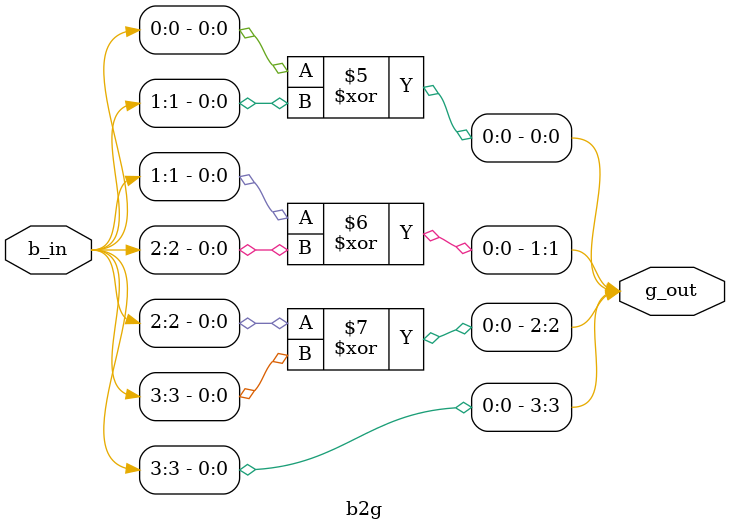
<source format=sv>
module b2g (  /*AUTOARG*/
    // Outputs
    g_out,
    // Inputs
    b_in
);
  parameter int DATA_WIDTH = 4;

  input [DATA_WIDTH-1:0] b_in;
  output [DATA_WIDTH-1:0] g_out;

  // Keep MSB for both binary / grey
  // XOR i , i+1 of binary to get the grey code

  always_comb begin
    g_out[DATA_WIDTH-1] = b_in[DATA_WIDTH-1];
    for (int i = 0; i < DATA_WIDTH - 1; i++) begin
      g_out[i] = b_in[i] ^ b_in[i+1];
    end
  end

endmodule

</source>
